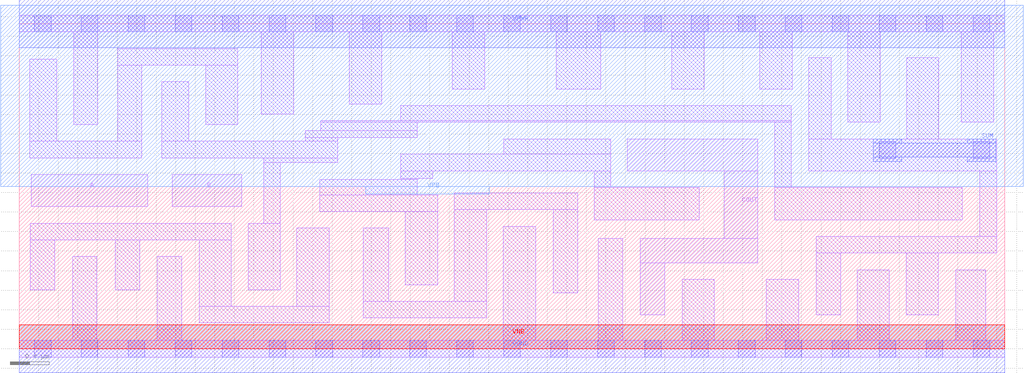
<source format=lef>
# Copyright 2020 The SkyWater PDK Authors
#
# Licensed under the Apache License, Version 2.0 (the "License");
# you may not use this file except in compliance with the License.
# You may obtain a copy of the License at
#
#     https://www.apache.org/licenses/LICENSE-2.0
#
# Unless required by applicable law or agreed to in writing, software
# distributed under the License is distributed on an "AS IS" BASIS,
# WITHOUT WARRANTIES OR CONDITIONS OF ANY KIND, either express or implied.
# See the License for the specific language governing permissions and
# limitations under the License.
#
# SPDX-License-Identifier: Apache-2.0

VERSION 5.7 ;
  NOWIREEXTENSIONATPIN ON ;
  DIVIDERCHAR "/" ;
  BUSBITCHARS "[]" ;
MACRO sky130_fd_sc_ls__ha_4
  CLASS CORE ;
  FOREIGN sky130_fd_sc_ls__ha_4 ;
  ORIGIN  0.000000  0.000000 ;
  SIZE  10.08000 BY  3.330000 ;
  SYMMETRY X Y ;
  SITE unit ;
  PIN A
    ANTENNAGATEAREA  0.936000 ;
    DIRECTION INPUT ;
    USE SIGNAL ;
    PORT
      LAYER li1 ;
        RECT 0.125000 1.455000 1.315000 1.785000 ;
    END
  END A
  PIN B
    ANTENNAGATEAREA  0.936000 ;
    DIRECTION INPUT ;
    USE SIGNAL ;
    PORT
      LAYER li1 ;
        RECT 1.565000 1.455000 2.275000 1.785000 ;
    END
  END B
  PIN COUT
    ANTENNADIFFAREA  1.265600 ;
    DIRECTION OUTPUT ;
    USE SIGNAL ;
    PORT
      LAYER li1 ;
        RECT 6.220000 1.820000 7.555000 2.150000 ;
        RECT 6.350000 0.350000 6.600000 0.880000 ;
        RECT 6.350000 0.880000 7.555000 1.130000 ;
        RECT 7.210000 1.130000 7.555000 1.820000 ;
    END
  END COUT
  PIN SUM
    ANTENNADIFFAREA  1.470100 ;
    DIRECTION OUTPUT ;
    USE SIGNAL ;
    PORT
      LAYER met1 ;
        RECT 8.735000 1.920000 9.025000 1.965000 ;
        RECT 8.735000 1.965000 9.985000 2.105000 ;
        RECT 8.735000 2.105000 9.025000 2.150000 ;
        RECT 9.695000 1.920000 9.985000 1.965000 ;
        RECT 9.695000 2.105000 9.985000 2.150000 ;
    END
  END SUM
  PIN VNB
    PORT
      LAYER pwell ;
        RECT 0.000000 0.000000 10.080000 0.245000 ;
    END
  END VNB
  PIN VPB
    PORT
      LAYER nwell ;
        RECT -0.190000 1.660000 10.270000 3.520000 ;
        RECT  3.545000 1.585000  4.805000 1.660000 ;
    END
  END VPB
  PIN VGND
    DIRECTION INOUT ;
    SHAPE ABUTMENT ;
    USE GROUND ;
    PORT
      LAYER met1 ;
        RECT 0.000000 -0.245000 10.080000 0.245000 ;
    END
  END VGND
  PIN VPWR
    DIRECTION INOUT ;
    SHAPE ABUTMENT ;
    USE POWER ;
    PORT
      LAYER met1 ;
        RECT 0.000000 3.085000 10.080000 3.575000 ;
    END
  END VPWR
  OBS
    LAYER li1 ;
      RECT 0.000000 -0.085000 10.080000 0.085000 ;
      RECT 0.000000  3.245000 10.080000 3.415000 ;
      RECT 0.105000  1.955000  1.255000 2.125000 ;
      RECT 0.105000  2.125000  0.385000 2.965000 ;
      RECT 0.115000  0.605000  0.365000 1.115000 ;
      RECT 0.115000  1.115000  2.170000 1.285000 ;
      RECT 0.545000  0.085000  0.795000 0.945000 ;
      RECT 0.555000  2.295000  0.805000 3.245000 ;
      RECT 0.980000  0.605000  1.230000 1.115000 ;
      RECT 1.005000  2.125000  1.255000 2.905000 ;
      RECT 1.005000  2.905000  2.235000 3.075000 ;
      RECT 1.410000  0.085000  1.660000 0.945000 ;
      RECT 1.455000  1.955000  3.255000 2.125000 ;
      RECT 1.455000  2.125000  1.735000 2.735000 ;
      RECT 1.840000  0.265000  3.170000 0.435000 ;
      RECT 1.840000  0.435000  2.170000 1.115000 ;
      RECT 1.905000  2.295000  2.235000 2.905000 ;
      RECT 2.340000  0.605000  2.670000 1.285000 ;
      RECT 2.475000  2.405000  2.805000 3.245000 ;
      RECT 2.500000  1.285000  2.670000 1.905000 ;
      RECT 2.500000  1.905000  3.255000 1.955000 ;
      RECT 2.840000  0.435000  3.170000 1.235000 ;
      RECT 2.925000  2.125000  3.255000 2.165000 ;
      RECT 2.925000  2.165000  4.070000 2.235000 ;
      RECT 3.075000  1.405000  4.280000 1.575000 ;
      RECT 3.075000  1.575000  4.070000 1.735000 ;
      RECT 3.085000  2.235000  4.070000 2.320000 ;
      RECT 3.085000  2.320000  7.895000 2.335000 ;
      RECT 3.375000  2.505000  3.705000 3.245000 ;
      RECT 3.520000  0.315000  4.780000 0.485000 ;
      RECT 3.520000  0.485000  3.780000 1.235000 ;
      RECT 3.900000  1.735000  4.070000 1.745000 ;
      RECT 3.900000  1.745000  4.230000 1.820000 ;
      RECT 3.900000  1.820000  6.050000 1.995000 ;
      RECT 3.900000  2.335000  7.895000 2.490000 ;
      RECT 3.950000  0.655000  4.280000 1.405000 ;
      RECT 4.430000  2.660000  4.760000 3.245000 ;
      RECT 4.450000  0.485000  4.780000 1.425000 ;
      RECT 4.450000  1.425000  5.710000 1.595000 ;
      RECT 4.950000  0.085000  5.280000 1.255000 ;
      RECT 4.955000  1.995000  6.050000 2.150000 ;
      RECT 5.460000  0.575000  5.710000 1.425000 ;
      RECT 5.490000  2.660000  5.945000 3.245000 ;
      RECT 5.880000  1.320000  6.955000 1.650000 ;
      RECT 5.880000  1.650000  6.050000 1.820000 ;
      RECT 5.920000  0.085000  6.170000 1.130000 ;
      RECT 6.675000  2.660000  7.005000 3.245000 ;
      RECT 6.780000  0.085000  7.110000 0.710000 ;
      RECT 7.575000  2.660000  7.905000 3.245000 ;
      RECT 7.640000  0.085000  7.970000 0.710000 ;
      RECT 7.725000  1.320000  9.645000 1.650000 ;
      RECT 7.725000  1.650000  7.895000 2.320000 ;
      RECT 8.075000  1.820000  9.995000 2.150000 ;
      RECT 8.075000  2.150000  8.305000 2.980000 ;
      RECT 8.150000  0.350000  8.400000 0.980000 ;
      RECT 8.150000  0.980000  9.995000 1.150000 ;
      RECT 8.475000  2.320000  8.805000 3.245000 ;
      RECT 8.570000  0.085000  8.900000 0.810000 ;
      RECT 9.070000  0.350000  9.400000 0.980000 ;
      RECT 9.075000  2.150000  9.405000 2.980000 ;
      RECT 9.580000  0.085000  9.885000 0.810000 ;
      RECT 9.635000  2.320000  9.965000 3.245000 ;
      RECT 9.825000  1.150000  9.995000 1.820000 ;
    LAYER mcon ;
      RECT 0.155000 -0.085000 0.325000 0.085000 ;
      RECT 0.155000  3.245000 0.325000 3.415000 ;
      RECT 0.635000 -0.085000 0.805000 0.085000 ;
      RECT 0.635000  3.245000 0.805000 3.415000 ;
      RECT 1.115000 -0.085000 1.285000 0.085000 ;
      RECT 1.115000  3.245000 1.285000 3.415000 ;
      RECT 1.595000 -0.085000 1.765000 0.085000 ;
      RECT 1.595000  3.245000 1.765000 3.415000 ;
      RECT 2.075000 -0.085000 2.245000 0.085000 ;
      RECT 2.075000  3.245000 2.245000 3.415000 ;
      RECT 2.555000 -0.085000 2.725000 0.085000 ;
      RECT 2.555000  3.245000 2.725000 3.415000 ;
      RECT 3.035000 -0.085000 3.205000 0.085000 ;
      RECT 3.035000  3.245000 3.205000 3.415000 ;
      RECT 3.515000 -0.085000 3.685000 0.085000 ;
      RECT 3.515000  3.245000 3.685000 3.415000 ;
      RECT 3.995000 -0.085000 4.165000 0.085000 ;
      RECT 3.995000  3.245000 4.165000 3.415000 ;
      RECT 4.475000 -0.085000 4.645000 0.085000 ;
      RECT 4.475000  3.245000 4.645000 3.415000 ;
      RECT 4.955000 -0.085000 5.125000 0.085000 ;
      RECT 4.955000  3.245000 5.125000 3.415000 ;
      RECT 5.435000 -0.085000 5.605000 0.085000 ;
      RECT 5.435000  3.245000 5.605000 3.415000 ;
      RECT 5.915000 -0.085000 6.085000 0.085000 ;
      RECT 5.915000  3.245000 6.085000 3.415000 ;
      RECT 6.395000 -0.085000 6.565000 0.085000 ;
      RECT 6.395000  3.245000 6.565000 3.415000 ;
      RECT 6.875000 -0.085000 7.045000 0.085000 ;
      RECT 6.875000  3.245000 7.045000 3.415000 ;
      RECT 7.355000 -0.085000 7.525000 0.085000 ;
      RECT 7.355000  3.245000 7.525000 3.415000 ;
      RECT 7.835000 -0.085000 8.005000 0.085000 ;
      RECT 7.835000  3.245000 8.005000 3.415000 ;
      RECT 8.315000 -0.085000 8.485000 0.085000 ;
      RECT 8.315000  3.245000 8.485000 3.415000 ;
      RECT 8.795000 -0.085000 8.965000 0.085000 ;
      RECT 8.795000  1.950000 8.965000 2.120000 ;
      RECT 8.795000  3.245000 8.965000 3.415000 ;
      RECT 9.275000 -0.085000 9.445000 0.085000 ;
      RECT 9.275000  3.245000 9.445000 3.415000 ;
      RECT 9.755000 -0.085000 9.925000 0.085000 ;
      RECT 9.755000  1.950000 9.925000 2.120000 ;
      RECT 9.755000  3.245000 9.925000 3.415000 ;
  END
END sky130_fd_sc_ls__ha_4
END LIBRARY

</source>
